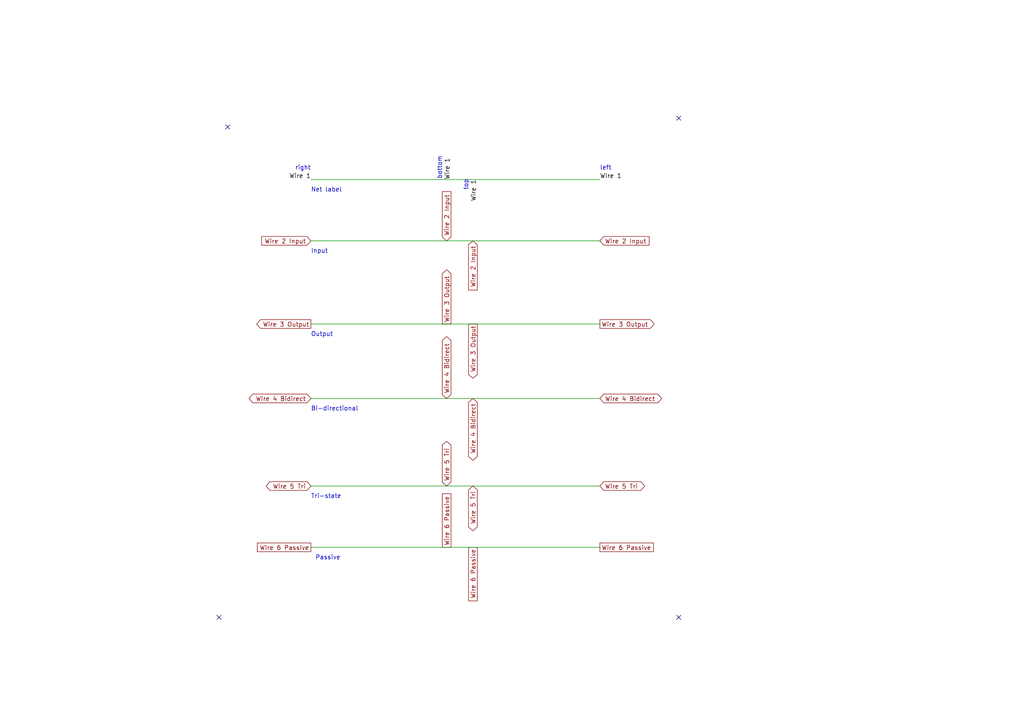
<source format=kicad_sch>
(kicad_sch (version 20211123) (generator eeschema)
  (paper "A4")
  (lib_symbols)
  (no_connect (at 196.85 34.29))
  (no_connect (at 66.04 36.83))
  (no_connect (at 196.85 179.07))
  (no_connect (at 63.5 179.07))
  (wire (pts (xy 90.17 115.57) (xy 173.99 115.57)))
  (wire (pts (xy 90.17 140.97) (xy 173.99 140.97)))
  (wire (pts (xy 90.17 69.85) (xy 173.99 69.85)))
  (wire (pts (xy 90.17 158.75) (xy 173.99 158.75)))
  (wire (pts (xy 90.17 93.98) (xy 173.99 93.98)))
  (wire (pts (xy 90.17 52.07) (xy 173.99 52.07)))
  (text "Bi-directional" (at 90.17 119.38 0) (effects (font (size 1.27 1.27)) (justify left bottom)))
  (text "Output" (at 90.17 97.79 0) (effects (font (size 1.27 1.27)) (justify left bottom)))
  (text "bottom" (at 128.27 52.07 90) (effects (font (size 1.27 1.27)) (justify left bottom)))
  (text "Input" (at 90.17 73.66 0) (effects (font (size 1.27 1.27)) (justify left bottom)))
  (text "top" (at 135.89 52.07 270) (effects (font (size 1.27 1.27)) (justify right bottom)))
  (text "Passive" (at 91.44 162.56 0) (effects (font (size 1.27 1.27)) (justify left bottom)))
  (text "Net label" (at 90.17 55.88 0) (effects (font (size 1.27 1.27)) (justify left bottom)))
  (text "left" (at 173.99 49.53 0) (effects (font (size 1.27 1.27)) (justify left bottom)))
  (text "Tri-state" (at 90.17 144.78 0) (effects (font (size 1.27 1.27)) (justify left bottom)))
  (text "right" (at 90.17 49.53 180) (effects (font (size 1.27 1.27)) (justify right bottom)))
  (label "Wire 1" (at 138.43 52.07 270))
  (label "Wire 1" (at 173.99 52.07 0))
  (label "Wire 1" (at 90.17 52.07 180))
  (label "Wire 1" (at 130.81 52.07 90))
  (global_label "Wire 6 Passive" (shape passive) (at 90.17 158.75 180) (property "Intersheet References" "${INTERSHEET_REFS}" (effects hide)))
  (global_label "Wire 6 Passive" (shape passive) (at 173.99 158.75 0) (property "Intersheet References" "${INTERSHEET_REFS}" (effects hide)))
  (global_label "Wire 2 Input" (shape input) (at 137.16 69.85 270) (property "Intersheet References" "${INTERSHEET_REFS}" (effects hide)))
  (global_label "Wire 4 Bidirect" (shape bidirectional) (at 90.17 115.57 180) (property "Intersheet References" "${INTERSHEET_REFS}" (effects hide)))
  (global_label "Wire 4 Bidirect" (shape bidirectional) (at 129.54 115.57 90) (property "Intersheet References" "${INTERSHEET_REFS}" (effects hide)))
  (global_label "Wire 5 Tri" (shape tri_state) (at 129.54 140.97 90) (property "Intersheet References" "${INTERSHEET_REFS}" (effects hide)))
  (global_label "Wire 5 Tri" (shape tri_state) (at 173.99 140.97 0) (property "Intersheet References" "${INTERSHEET_REFS}" (effects hide)))
  (global_label "Wire 3 Output" (shape output) (at 137.16 93.98 270) (property "Intersheet References" "${INTERSHEET_REFS}" (effects hide)))
  (global_label "Wire 5 Tri" (shape tri_state) (at 137.16 140.97 270) (property "Intersheet References" "${INTERSHEET_REFS}" (effects hide)))
  (global_label "Wire 2 Input" (shape input) (at 90.17 69.85 180) (property "Intersheet References" "${INTERSHEET_REFS}" (effects hide)))
  (global_label "Wire 6 Passive" (shape passive) (at 129.54 158.75 90) (property "Intersheet References" "${INTERSHEET_REFS}" (effects hide)))
  (global_label "Wire 3 Output" (shape output) (at 90.17 93.98 180) (property "Intersheet References" "${INTERSHEET_REFS}" (effects hide)))
  (global_label "Wire 3 Output" (shape output) (at 173.99 93.98 0) (property "Intersheet References" "${INTERSHEET_REFS}" (effects hide)))
  (global_label "Wire 6 Passive" (shape passive) (at 137.16 158.75 270) (property "Intersheet References" "${INTERSHEET_REFS}" (effects hide)))
  (global_label "Wire 5 Tri" (shape tri_state) (at 90.17 140.97 180) (property "Intersheet References" "${INTERSHEET_REFS}" (effects hide)))
  (global_label "Wire 4 Bidirect" (shape bidirectional) (at 137.16 115.57 270) (property "Intersheet References" "${INTERSHEET_REFS}" (effects hide)))
  (global_label "Wire 4 Bidirect" (shape bidirectional) (at 173.99 115.57 0) (property "Intersheet References" "${INTERSHEET_REFS}" (effects hide)))
  (global_label "Wire 2 Input" (shape input) (at 129.54 69.85 90) (property "Intersheet References" "${INTERSHEET_REFS}" (effects hide)))
  (global_label "Wire 3 Output" (shape output) (at 129.54 93.98 90) (property "Intersheet References" "${INTERSHEET_REFS}" (effects hide)))
  (global_label "Wire 2 Input" (shape input) (at 173.99 69.85 0) (property "Intersheet References" "${INTERSHEET_REFS}" (effects hide)))
)
</source>
